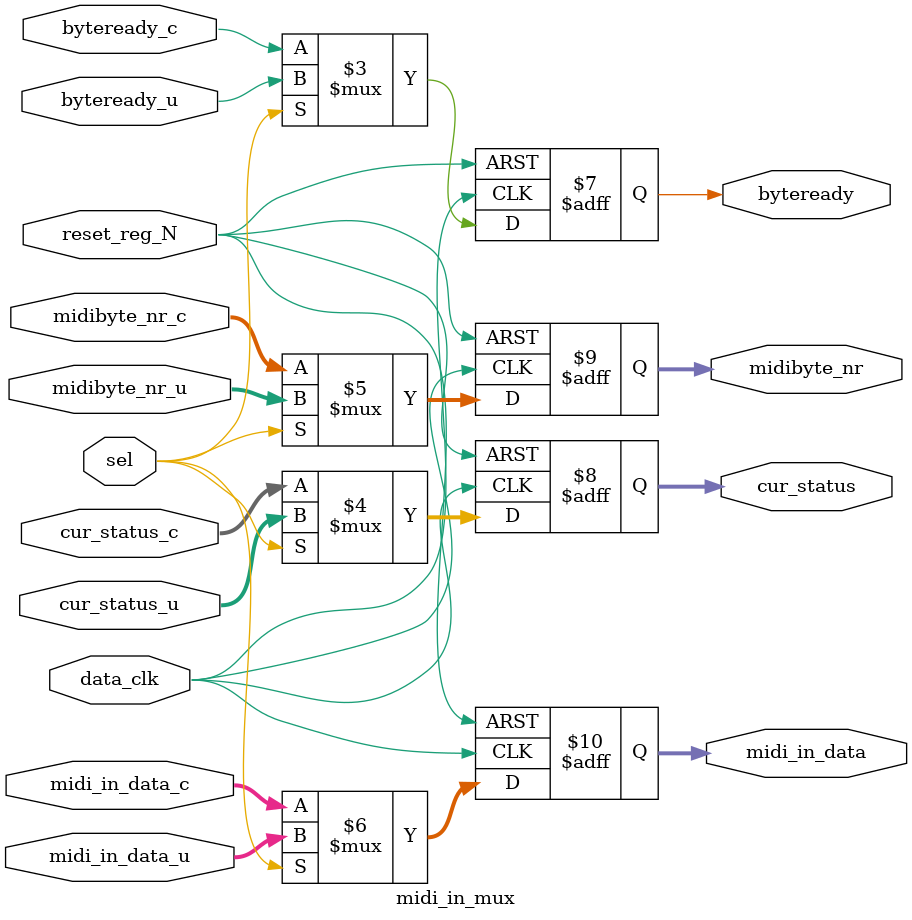
<source format=sv>
module midi_in_mux (
	input wire              reset_reg_N,
	input wire              data_clk,
    input wire              sel,
    input wire              byteready_u,
    input wire      [7:0]   cur_status_u,
    input wire      [7:0]   midibyte_nr_u,
    input wire      [7:0]   midi_in_data_u,
    input wire              byteready_c,
    input wire      [7:0]   cur_status_c,
    input wire      [7:0]   midibyte_nr_c,
    input wire      [7:0]   midi_in_data_c,
	output reg          byteready,
	output reg  [7:0]   cur_status,
	output reg  [7:0]   midibyte_nr,
	output reg  [7:0]   midi_in_data
);

    always @(negedge reset_reg_N or posedge data_clk) begin
        if(!reset_reg_N) begin
            byteready    <= 1'b0;
            cur_status   <= 8'h00;
            midibyte_nr  <= 8'h00;
            midi_in_data <= 8'h00;
        end
        else begin
            byteready    <= sel ? byteready_u : byteready_c;
            cur_status   <= sel ? cur_status_u : cur_status_c;
            midibyte_nr  <= sel ? midibyte_nr_u : midibyte_nr_c;
            midi_in_data <= sel ? midi_in_data_u : midi_in_data_c;
        end
    end

endmodule

</source>
